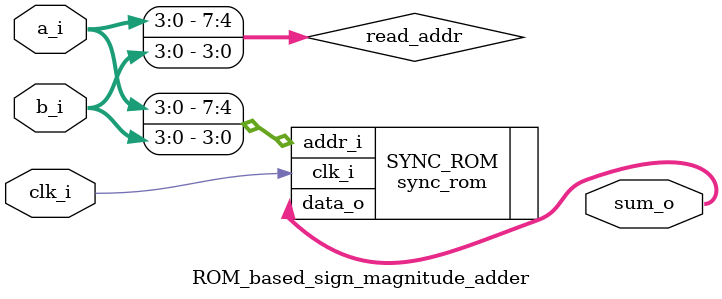
<source format=sv>
`timescale 1ns/1ps
`default_nettype none

module ROM_based_sign_magnitude_adder 
    #(
        localparam ADDR_WIDTH = 8,
        localparam DATA_WIDTH = 5
    ) (
    input wire clk_i,
    input wire [3:0] a_i, b_i,
    output logic [DATA_WIDTH-1:0] sum_o
);

    // Declarations
    logic [ADDR_WIDTH-1:0] read_addr;

    sync_rom #(
        .ADDR_WIDTH(ADDR_WIDTH),
        .DATA_WIDTH(DATA_WIDTH)
    ) SYNC_ROM (
        .clk_i(clk_i),
        .addr_i(read_addr),
        .data_o(sum_o)
    );

    // Logic
    always_comb begin
        read_addr = {a_i, b_i};
    end

endmodule

</source>
